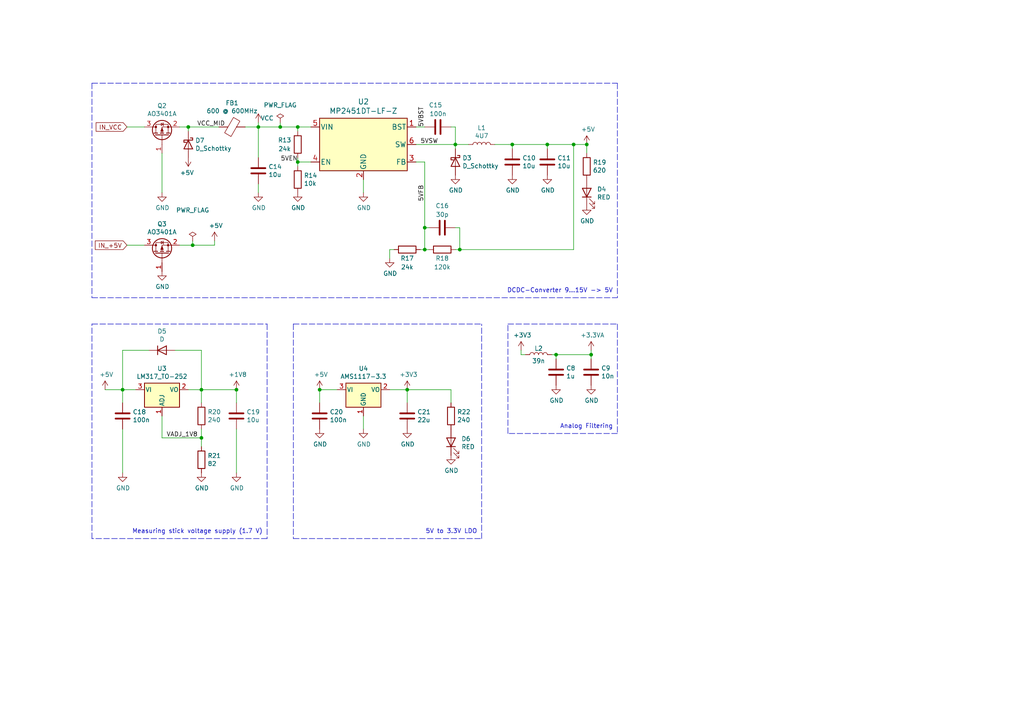
<source format=kicad_sch>
(kicad_sch (version 20211123) (generator eeschema)
  (paper "A4")
  (lib_symbols
    (symbol "Device:C" (pin_numbers hide) (pin_names (offset 0.254))
      (property "Reference" "C" (at 0.635 2.54 0))
      (property "Value" "C" (at 0.635 -2.54 0))
      (symbol "C_0_1"
        (polyline (pts (xy -2.032 -0.762) (xy 2.032 -0.762)) (stroke (width 0.508)))
        (polyline (pts (xy -2.032 0.762) (xy 2.032 0.762)) (stroke (width 0.508)))
      )
      (symbol "C_1_1"
        (pin passive line (at 0 3.81 270) (length 2.794) (name "~") (number "1"))
        (pin passive line (at 0 -3.81 90) (length 2.794) (name "~") (number "2"))
      )
    )
    (symbol "Device:D" (pin_numbers hide) (pin_names (offset 1.016) hide)
      (property "Reference" "D" (at 0 2.54 0))
      (property "Value" "D" (at 0 -2.54 0))
      (symbol "D_0_1"
        (polyline (pts (xy -1.27 1.27) (xy -1.27 -1.27)) (stroke (width 0.254)))
        (polyline (pts (xy 1.27 0) (xy -1.27 0)))
        (polyline (pts (xy 1.27 1.27) (xy 1.27 -1.27) (xy -1.27 0) (xy 1.27 1.27)) (stroke (width 0.254)))
      )
      (symbol "D_1_1"
        (pin passive line (at -3.81 0 0) (length 2.54) (name "K") (number "1"))
        (pin passive line (at 3.81 0 180) (length 2.54) (name "A") (number "2"))
      )
    )
    (symbol "Device:D_Schottky" (pin_numbers hide) (pin_names (offset 1.016) hide)
      (property "Reference" "D" (at 0 2.54 0))
      (property "Value" "D_Schottky" (at 0 -2.54 0))
      (symbol "D_Schottky_0_1"
        (polyline (pts (xy 1.27 0) (xy -1.27 0)))
        (polyline (pts (xy 1.27 1.27) (xy 1.27 -1.27) (xy -1.27 0) (xy 1.27 1.27)) (stroke (width 0.254)))
        (polyline (pts (xy -1.905 0.635) (xy -1.905 1.27) (xy -1.27 1.27) (xy -1.27 -1.27) (xy -0.635 -1.27) (xy -0.635 -0.635)) (stroke (width 0.254)))
      )
      (symbol "D_Schottky_1_1"
        (pin passive line (at -3.81 0 0) (length 2.54) (name "K") (number "1"))
        (pin passive line (at 3.81 0 180) (length 2.54) (name "A") (number "2"))
      )
    )
    (symbol "Device:Ferrite_Bead" (pin_numbers hide) (pin_names (offset 0))
      (property "Reference" "FB" (at -3.81 0.635 90))
      (property "Value" "Device_Ferrite_Bead" (at 3.81 0 90))
      (symbol "Ferrite_Bead_0_1"
        (polyline (pts (xy 0 -1.27) (xy 0 -1.2192)))
        (polyline (pts (xy 0 1.27) (xy 0 1.2954)))
        (polyline (pts (xy -2.7686 0.4064) (xy -1.7018 2.2606) (xy 2.7686 -0.3048) (xy 1.6764 -2.159) (xy -2.7686 0.4064)))
      )
      (symbol "Ferrite_Bead_1_1"
        (pin passive line (at 0 3.81 270) (length 2.54) (name "~") (number "1"))
        (pin passive line (at 0 -3.81 90) (length 2.54) (name "~") (number "2"))
      )
    )
    (symbol "Device:L" (pin_numbers hide) (pin_names (offset 1.016) hide)
      (property "Reference" "L" (at -1.27 0 90))
      (property "Value" "L" (at 1.905 0 90))
      (symbol "L_0_1"
        (arc (start 0 -2.54) (mid 0.635 -1.905) (end 0 -1.27))
        (arc (start 0 -1.27) (mid 0.635 -0.635) (end 0 0))
        (arc (start 0 0) (mid 0.635 0.635) (end 0 1.27))
        (arc (start 0 1.27) (mid 0.635 1.905) (end 0 2.54))
      )
      (symbol "L_1_1"
        (pin passive line (at 0 3.81 270) (length 1.27) (name "1") (number "1"))
        (pin passive line (at 0 -3.81 90) (length 1.27) (name "2") (number "2"))
      )
    )
    (symbol "Device:LED" (pin_numbers hide) (pin_names (offset 1.016) hide)
      (property "Reference" "D" (at 0 2.54 0))
      (property "Value" "LED" (at 0 -2.54 0))
      (symbol "LED_0_1"
        (polyline (pts (xy -1.27 -1.27) (xy -1.27 1.27)) (stroke (width 0.254)))
        (polyline (pts (xy -1.27 0) (xy 1.27 0)))
        (polyline (pts (xy 1.27 -1.27) (xy 1.27 1.27) (xy -1.27 0) (xy 1.27 -1.27)) (stroke (width 0.254)))
        (polyline (pts (xy -3.048 -0.762) (xy -4.572 -2.286) (xy -3.81 -2.286) (xy -4.572 -2.286) (xy -4.572 -1.524)))
        (polyline (pts (xy -1.778 -0.762) (xy -3.302 -2.286) (xy -2.54 -2.286) (xy -3.302 -2.286) (xy -3.302 -1.524)))
      )
      (symbol "LED_1_1"
        (pin passive line (at -3.81 0 0) (length 2.54) (name "K") (number "1"))
        (pin passive line (at 3.81 0 180) (length 2.54) (name "A") (number "2"))
      )
    )
    (symbol "Device:R" (pin_numbers hide) (pin_names (offset 0))
      (property "Reference" "R" (at 2.032 0 90))
      (property "Value" "R" (at 0 0 90))
      (symbol "R_0_1"
        (rectangle (start -1.016 -2.54) (end 1.016 2.54) (stroke (width 0.254)))
      )
      (symbol "R_1_1"
        (pin passive line (at 0 3.81 270) (length 1.27) (name "~") (number "1"))
        (pin passive line (at 0 -3.81 90) (length 1.27) (name "~") (number "2"))
      )
    )
    (symbol "Lathecontrol_STM32:MP2451DT-LF-Z" (pin_names (offset 0.254))
      (property "Reference" "U" (at 20.32 10.16 0))
      (property "Value" "Lathecontrol_STM32_MP2451DT-LF-Z" (at 20.32 7.62 0))
      (symbol "MP2451DT-LF-Z_1_1"
        (rectangle (start 7.62 5.08) (end 33.02 -10.16) (stroke (width 0.254)) (fill (type background)))
        (pin input line (at 35.56 2.54 180) (length 2.54) (name "BST") (number "1"))
        (pin power_in line (at 20.32 -12.7 90) (length 2.54) (name "GND") (number "2"))
        (pin input line (at 35.56 -7.62 180) (length 2.54) (name "FB") (number "3"))
        (pin input line (at 5.08 -7.62 0) (length 2.54) (name "EN") (number "4"))
        (pin power_in line (at 5.08 2.54 0) (length 2.54) (name "VIN") (number "5"))
        (pin output line (at 35.56 -2.54 180) (length 2.54) (name "SW") (number "6"))
      )
    )
    (symbol "Regulator_Linear:AMS1117-3.3" (pin_names (offset 0.254))
      (property "Reference" "U" (at -3.81 3.175 0))
      (property "Value" "AMS1117-3.3" (at 0 3.175 0))
      (symbol "AMS1117-3.3_0_1"
        (rectangle (start -5.08 -5.08) (end 5.08 1.905) (stroke (width 0.254)) (fill (type background)))
      )
      (symbol "AMS1117-3.3_1_1"
        (pin power_in line (at 0 -7.62 90) (length 2.54) (name "GND") (number "1"))
        (pin power_out line (at 7.62 0 180) (length 2.54) (name "VO") (number "2"))
        (pin power_in line (at -7.62 0 0) (length 2.54) (name "VI") (number "3"))
      )
    )
    (symbol "Regulator_Linear:LM317_TO-252" (pin_names (offset 0.254))
      (property "Reference" "U" (at -3.81 3.175 0))
      (property "Value" "LM317_TO-252" (at 0 3.175 0))
      (symbol "LM317_TO-252_0_1"
        (rectangle (start -5.08 1.905) (end 5.08 -5.08) (stroke (width 0.254)) (fill (type background)))
      )
      (symbol "LM317_TO-252_1_1"
        (pin input line (at 0 -7.62 90) (length 2.54) (name "ADJ") (number "1"))
        (pin power_out line (at 7.62 0 180) (length 2.54) (name "VO") (number "2"))
        (pin power_in line (at -7.62 0 0) (length 2.54) (name "VI") (number "3"))
      )
    )
    (symbol "Transistor_FET:AO3401A" (pin_names hide)
      (property "Reference" "Q" (at 5.08 1.905 0))
      (property "Value" "AO3401A" (at 5.08 0 0))
      (symbol "AO3401A_0_1"
        (polyline (pts (xy 0.254 0) (xy -2.54 0)))
        (polyline (pts (xy 0.254 1.905) (xy 0.254 -1.905)) (stroke (width 0.254)))
        (polyline (pts (xy 0.762 -1.27) (xy 0.762 -2.286)) (stroke (width 0.254)))
        (polyline (pts (xy 0.762 0.508) (xy 0.762 -0.508)) (stroke (width 0.254)))
        (polyline (pts (xy 0.762 2.286) (xy 0.762 1.27)) (stroke (width 0.254)))
        (polyline (pts (xy 2.54 2.54) (xy 2.54 1.778)))
        (polyline (pts (xy 2.54 -2.54) (xy 2.54 0) (xy 0.762 0)))
        (polyline (pts (xy 0.762 1.778) (xy 3.302 1.778) (xy 3.302 -1.778) (xy 0.762 -1.778)))
        (polyline (pts (xy 2.286 0) (xy 1.27 0.381) (xy 1.27 -0.381) (xy 2.286 0)) (fill (type outline)))
        (polyline (pts (xy 2.794 -0.508) (xy 2.921 -0.381) (xy 3.683 -0.381) (xy 3.81 -0.254)))
        (polyline (pts (xy 3.302 -0.381) (xy 2.921 0.254) (xy 3.683 0.254) (xy 3.302 -0.381)))
        (circle (center 1.651 0) (radius 2.794) (stroke (width 0.254)))
        (circle (center 2.54 -1.778) (radius 0.254) (fill (type outline)))
        (circle (center 2.54 1.778) (radius 0.254) (fill (type outline)))
      )
      (symbol "AO3401A_1_1"
        (pin input line (at -5.08 0 0) (length 2.54) (name "G") (number "1"))
        (pin passive line (at 2.54 -5.08 90) (length 2.54) (name "S") (number "2"))
        (pin passive line (at 2.54 5.08 270) (length 2.54) (name "D") (number "3"))
      )
    )
    (symbol "power:+1V8" (power) (pin_names (offset 0))
      (property "Value" "+1V8" (at 0 3.556 0))
      (symbol "+1V8_0_1"
        (polyline (pts (xy -0.762 1.27) (xy 0 2.54)))
        (polyline (pts (xy 0 0) (xy 0 2.54)))
        (polyline (pts (xy 0 2.54) (xy 0.762 1.27)))
      )
      (symbol "+1V8_1_1"
        (pin power_in line (at 0 0 90) (length 0) hide (name "+1V8") (number "1"))
      )
    )
    (symbol "power:+3.3V" (power) (pin_names (offset 0))
      (property "Value" "+3.3V" (at 0 3.556 0))
      (symbol "+3.3V_0_1"
        (polyline (pts (xy -0.762 1.27) (xy 0 2.54)))
        (polyline (pts (xy 0 0) (xy 0 2.54)))
        (polyline (pts (xy 0 2.54) (xy 0.762 1.27)))
      )
      (symbol "+3.3V_1_1"
        (pin power_in line (at 0 0 90) (length 0) hide (name "+3V3") (number "1"))
      )
    )
    (symbol "power:+3.3VA" (power) (pin_names (offset 0))
      (property "Value" "+3.3VA" (at 0 3.556 0))
      (symbol "+3.3VA_0_1"
        (polyline (pts (xy -0.762 1.27) (xy 0 2.54)))
        (polyline (pts (xy 0 0) (xy 0 2.54)))
        (polyline (pts (xy 0 2.54) (xy 0.762 1.27)))
      )
      (symbol "+3.3VA_1_1"
        (pin power_in line (at 0 0 90) (length 0) hide (name "+3.3VA") (number "1"))
      )
    )
    (symbol "power:+5V" (power) (pin_names (offset 0))
      (property "Value" "+5V" (at 0 3.556 0))
      (symbol "+5V_0_1"
        (polyline (pts (xy -0.762 1.27) (xy 0 2.54)))
        (polyline (pts (xy 0 0) (xy 0 2.54)))
        (polyline (pts (xy 0 2.54) (xy 0.762 1.27)))
      )
      (symbol "+5V_1_1"
        (pin power_in line (at 0 0 90) (length 0) hide (name "+5V") (number "1"))
      )
    )
    (symbol "power:GND" (power) (pin_names (offset 0))
      (property "Value" "GND" (at 0 -3.81 0))
      (symbol "GND_0_1"
        (polyline (pts (xy 0 0) (xy 0 -1.27) (xy 1.27 -1.27) (xy 0 -2.54) (xy -1.27 -1.27) (xy 0 -1.27)))
      )
      (symbol "GND_1_1"
        (pin power_in line (at 0 0 270) (length 0) hide (name "GND") (number "1"))
      )
    )
    (symbol "power:PWR_FLAG" (power) (pin_numbers hide) (pin_names (offset 0) hide)
      (property "Value" "PWR_FLAG" (at 0 3.81 0))
      (symbol "PWR_FLAG_0_0"
        (pin power_out line (at 0 0 90) (length 0) (name "pwr") (number "1"))
      )
      (symbol "PWR_FLAG_0_1"
        (polyline (pts (xy 0 0) (xy 0 1.27) (xy -1.016 1.905) (xy 0 2.54) (xy 1.016 1.905) (xy 0 1.27)))
      )
    )
    (symbol "power:VCC" (power) (pin_names (offset 0))
      (property "Value" "VCC" (at 0 3.81 0))
      (symbol "VCC_0_1"
        (polyline (pts (xy -0.762 1.27) (xy 0 2.54)))
        (polyline (pts (xy 0 0) (xy 0 2.54)))
        (polyline (pts (xy 0 2.54) (xy 0.762 1.27)))
      )
      (symbol "VCC_1_1"
        (pin power_in line (at 0 0 90) (length 0) hide (name "VCC") (number "1"))
      )
    )
  )
  (junction (at 158.75 41.91))
  (junction (at 35.56 113.03))
  (junction (at 86.36 46.99))
  (junction (at 166.37 41.91))
  (junction (at 68.58 113.03))
  (junction (at 58.42 113.03))
  (junction (at 81.28 36.83))
  (junction (at 161.29 102.87))
  (junction (at 74.93 36.83))
  (junction (at 171.45 102.87))
  (junction (at 123.19 72.39))
  (junction (at 55.88 71.12))
  (junction (at 86.36 36.83))
  (junction (at 132.08 41.91))
  (junction (at 54.61 36.83))
  (junction (at 58.42 127))
  (junction (at 118.11 113.03))
  (junction (at 170.18 41.91))
  (junction (at 148.59 41.91))
  (junction (at 92.71 113.03))
  (junction (at 123.19 66.04))
  (junction (at 133.35 72.39))
  (wire (pts (xy 158.75 43.18) (xy 158.75 41.91)))
  (polyline (pts (xy 85.09 156.21) (xy 139.7 156.21)))
  (wire (pts (xy 55.88 69.85) (xy 55.88 71.12)))
  (wire (pts (xy 35.56 113.03) (xy 39.37 113.03)))
  (wire (pts (xy 90.17 46.99) (xy 86.36 46.99)))
  (polyline (pts (xy 179.07 93.98) (xy 179.07 125.73)))
  (polyline (pts (xy 26.67 24.13) (xy 179.07 24.13)))
  (polyline (pts (xy 77.47 93.98) (xy 77.47 156.21)))
  (wire (pts (xy 58.42 113.03) (xy 58.42 116.84)))
  (wire (pts (xy 46.99 127) (xy 46.99 120.65)))
  (wire (pts (xy 132.08 66.04) (xy 133.35 66.04)))
  (wire (pts (xy 166.37 41.91) (xy 166.37 72.39)))
  (wire (pts (xy 58.42 127) (xy 46.99 127)))
  (wire (pts (xy 54.61 38.1) (xy 54.61 36.83)))
  (polyline (pts (xy 85.09 93.98) (xy 85.09 156.21)))
  (wire (pts (xy 35.56 116.84) (xy 35.56 113.03)))
  (wire (pts (xy 86.36 46.99) (xy 86.36 45.72)))
  (polyline (pts (xy 26.67 93.98) (xy 77.47 93.98)))
  (polyline (pts (xy 179.07 125.73) (xy 147.32 125.73)))
  (wire (pts (xy 81.28 36.83) (xy 86.36 36.83)))
  (wire (pts (xy 121.92 72.39) (xy 123.19 72.39)))
  (wire (pts (xy 166.37 72.39) (xy 133.35 72.39)))
  (wire (pts (xy 62.23 71.12) (xy 62.23 69.85)))
  (wire (pts (xy 92.71 116.84) (xy 92.71 113.03)))
  (wire (pts (xy 74.93 36.83) (xy 74.93 45.72)))
  (wire (pts (xy 50.8 101.6) (xy 58.42 101.6)))
  (polyline (pts (xy 179.07 24.13) (xy 179.07 86.36)))
  (wire (pts (xy 151.13 101.6) (xy 151.13 102.87)))
  (wire (pts (xy 35.56 113.03) (xy 30.48 113.03)))
  (wire (pts (xy 105.41 120.65) (xy 105.41 124.46)))
  (wire (pts (xy 58.42 127) (xy 58.42 124.46)))
  (polyline (pts (xy 77.47 156.21) (xy 26.67 156.21)))
  (wire (pts (xy 35.56 113.03) (xy 35.56 101.6)))
  (wire (pts (xy 120.65 36.83) (xy 123.19 36.83)))
  (wire (pts (xy 160.02 102.87) (xy 161.29 102.87)))
  (wire (pts (xy 55.88 71.12) (xy 62.23 71.12)))
  (wire (pts (xy 35.56 101.6) (xy 43.18 101.6)))
  (polyline (pts (xy 147.32 125.73) (xy 147.32 93.98)))
  (wire (pts (xy 132.08 41.91) (xy 135.89 41.91)))
  (wire (pts (xy 118.11 113.03) (xy 130.81 113.03)))
  (wire (pts (xy 58.42 101.6) (xy 58.42 113.03)))
  (wire (pts (xy 105.41 55.88) (xy 105.41 52.07)))
  (polyline (pts (xy 26.67 24.13) (xy 26.67 86.36)))
  (wire (pts (xy 171.45 102.87) (xy 171.45 101.6)))
  (wire (pts (xy 133.35 66.04) (xy 133.35 72.39)))
  (wire (pts (xy 36.83 71.12) (xy 41.91 71.12)))
  (wire (pts (xy 171.45 102.87) (xy 171.45 104.14)))
  (wire (pts (xy 132.08 41.91) (xy 132.08 43.18)))
  (wire (pts (xy 113.03 72.39) (xy 113.03 74.93)))
  (wire (pts (xy 132.08 36.83) (xy 132.08 41.91)))
  (wire (pts (xy 68.58 113.03) (xy 68.58 116.84)))
  (wire (pts (xy 54.61 113.03) (xy 58.42 113.03)))
  (wire (pts (xy 81.28 35.56) (xy 81.28 36.83)))
  (polyline (pts (xy 139.7 156.21) (xy 139.7 93.98)))
  (wire (pts (xy 124.46 66.04) (xy 123.19 66.04)))
  (wire (pts (xy 123.19 72.39) (xy 124.46 72.39)))
  (wire (pts (xy 36.83 36.83) (xy 41.91 36.83)))
  (wire (pts (xy 166.37 41.91) (xy 170.18 41.91)))
  (wire (pts (xy 170.18 41.91) (xy 170.18 44.45)))
  (wire (pts (xy 123.19 46.99) (xy 123.19 66.04)))
  (wire (pts (xy 130.81 113.03) (xy 130.81 116.84)))
  (wire (pts (xy 52.07 36.83) (xy 54.61 36.83)))
  (wire (pts (xy 148.59 41.91) (xy 148.59 43.18)))
  (polyline (pts (xy 26.67 86.36) (xy 179.07 86.36)))
  (wire (pts (xy 74.93 55.88) (xy 74.93 53.34)))
  (wire (pts (xy 161.29 102.87) (xy 161.29 104.14)))
  (wire (pts (xy 71.12 36.83) (xy 74.93 36.83)))
  (wire (pts (xy 143.51 41.91) (xy 148.59 41.91)))
  (wire (pts (xy 52.07 71.12) (xy 55.88 71.12)))
  (wire (pts (xy 46.99 55.88) (xy 46.99 44.45)))
  (wire (pts (xy 92.71 113.03) (xy 97.79 113.03)))
  (wire (pts (xy 118.11 113.03) (xy 118.11 116.84)))
  (wire (pts (xy 74.93 36.83) (xy 74.93 35.56)))
  (wire (pts (xy 148.59 41.91) (xy 158.75 41.91)))
  (wire (pts (xy 68.58 124.46) (xy 68.58 137.16)))
  (wire (pts (xy 113.03 113.03) (xy 118.11 113.03)))
  (wire (pts (xy 86.36 36.83) (xy 86.36 38.1)))
  (polyline (pts (xy 26.67 156.21) (xy 26.67 93.98)))
  (wire (pts (xy 161.29 102.87) (xy 171.45 102.87)))
  (wire (pts (xy 132.08 72.39) (xy 133.35 72.39)))
  (wire (pts (xy 74.93 36.83) (xy 81.28 36.83)))
  (wire (pts (xy 58.42 113.03) (xy 68.58 113.03)))
  (wire (pts (xy 86.36 46.99) (xy 86.36 48.26)))
  (wire (pts (xy 158.75 41.91) (xy 166.37 41.91)))
  (wire (pts (xy 35.56 137.16) (xy 35.56 124.46)))
  (wire (pts (xy 54.61 36.83) (xy 63.5 36.83)))
  (polyline (pts (xy 147.32 93.98) (xy 179.07 93.98)))
  (wire (pts (xy 58.42 129.54) (xy 58.42 127)))
  (wire (pts (xy 151.13 102.87) (xy 152.4 102.87)))
  (polyline (pts (xy 85.09 93.98) (xy 139.7 93.98)))
  (wire (pts (xy 123.19 66.04) (xy 123.19 72.39)))
  (wire (pts (xy 120.65 41.91) (xy 132.08 41.91)))
  (wire (pts (xy 114.3 72.39) (xy 113.03 72.39)))
  (wire (pts (xy 120.65 46.99) (xy 123.19 46.99)))
  (wire (pts (xy 132.08 36.83) (xy 130.81 36.83)))
  (wire (pts (xy 90.17 36.83) (xy 86.36 36.83)))
  (text "5V to 3.3V LDO" (at 138.43 154.94 180) (effects (font (size 1.27 1.27)) (justify right bottom)))
  (text "Measuring stick voltage supply (1.7 V)" (at 76.2 154.94 180) (effects (font (size 1.27 1.27)) (justify right bottom)))
  (text "Analog Filtering" (at 177.8 124.46 180) (effects (font (size 1.27 1.27)) (justify right bottom)))
  (text "DCDC-Converter 9...15V -> 5V" (at 177.8 85.09 180) (effects (font (size 1.27 1.27)) (justify right bottom)))
  (label "5VEN" (at 86.36 46.99 180))
  (label "VCC_MID" (at 57.15 36.83 0))
  (label "VADJ_1V8" (at 48.26 127 0))
  (label "5VSW" (at 121.92 41.91 0))
  (label "5VFB" (at 123.19 58.42 90))
  (label "5VBST" (at 123.19 36.83 90))
  (global_label "IN_VCC" (shape input) (at 36.83 36.83 180) (property "Intersheet References" "${INTERSHEET_REFS}" (effects hide)))
  (global_label "IN_+5V" (shape input) (at 36.83 71.12 180) (property "Intersheet References" "${INTERSHEET_REFS}" (effects hide)))
  (symbol (lib_id "Regulator_Linear:LM317_TO-252") (at 46.99 113.03 0) (unit 1)
    (property "Reference" "U3" (at 46.99 106.8832 0))
    (property "Value" "LM317_TO-252" (at 46.99 109.1946 0))
    (property "Footprint" "Package_TO_SOT_SMD:TO-252-2" (effects hide))
    (property "Datasheet" "https://datasheet.lcsc.com/szlcsc/1810271112_UTC-Unisonic-Tech-LM317AG-TN3-R_C75510.pdf" (effects hide))
    (property "LCSC" "C75510" (effects hide))
  )
  (symbol (lib_id "Device:R") (at 58.42 120.65 0) (unit 1)
    (property "Reference" "R20" (at 60.198 119.4816 0) (effects (justify left)))
    (property "Value" "240" (at 60.198 121.793 0) (effects (justify left)))
    (property "Footprint" "Resistor_SMD:R_0603_1608Metric" (effects hide))
    (property "LCSC" "C23350" (effects hide))
  )
  (symbol (lib_id "Device:R") (at 58.42 133.35 0) (unit 1)
    (property "Reference" "R21" (at 60.198 132.1816 0) (effects (justify left)))
    (property "Value" "82" (at 60.198 134.493 0) (effects (justify left)))
    (property "Footprint" "Resistor_SMD:R_0603_1608Metric" (effects hide))
    (property "LCSC" "C23255" (effects hide))
  )
  (symbol (lib_id "power:GND") (at 58.42 137.16 0) (unit 1)
    (property "Reference" "#PWR080" (effects hide))
    (property "Value" "GND" (at 58.547 141.5542 0))
  )
  (symbol (lib_id "Device:C") (at 35.56 120.65 0) (unit 1)
    (property "Reference" "C18" (at 38.481 119.4816 0) (effects (justify left)))
    (property "Value" "100n" (at 38.481 121.793 0) (effects (justify left)))
    (property "Footprint" "Capacitor_SMD:C_0603_1608Metric" (effects hide))
    (property "Datasheet" "https://datasheet.lcsc.com/szlcsc/YAGEO-CC0603KRX7R9BB104_C14663.pdf" (effects hide))
    (property "LCSC" "C14663" (effects hide))
  )
  (symbol (lib_id "power:GND") (at 35.56 137.16 0) (unit 1)
    (property "Reference" "#PWR079" (effects hide))
    (property "Value" "GND" (at 35.687 141.5542 0))
  )
  (symbol (lib_id "Device:D") (at 46.99 101.6 0) (unit 1)
    (property "Reference" "D5" (at 46.99 96.0882 0))
    (property "Value" "D" (at 46.99 98.3996 0))
    (property "Footprint" "Diode_SMD:D_SOD-123F" (effects hide))
    (property "Datasheet" "https://datasheet.lcsc.com/szlcsc/1903051030_MDD-Jiangsu-Yutai-Elec-SM4007PL_C64898.pdf" (effects hide))
    (property "LCSC" "C64898" (effects hide))
  )
  (symbol (lib_id "power:GND") (at 68.58 137.16 0) (unit 1)
    (property "Reference" "#PWR082" (effects hide))
    (property "Value" "GND" (at 68.707 141.5542 0))
  )
  (symbol (lib_id "power:+1V8") (at 68.58 113.03 0) (unit 1)
    (property "Reference" "#PWR081" (effects hide))
    (property "Value" "+1V8" (at 68.961 108.6358 0))
  )
  (symbol (lib_id "Regulator_Linear:AMS1117-3.3") (at 105.41 113.03 0) (unit 1)
    (property "Reference" "U4" (at 105.41 106.8832 0))
    (property "Value" "AMS1117-3.3" (at 105.41 109.1946 0))
    (property "Footprint" "Package_TO_SOT_SMD:SOT-223-3_TabPin2" (effects hide))
    (property "Datasheet" "https://datasheet.lcsc.com/szlcsc/1811201117_Advanced-Monolithic-Systems-AMS-AMS1117-3-3_C6186.pdf" (effects hide))
    (property "LCSC" "C6186" (effects hide))
  )
  (symbol (lib_id "Device:C") (at 92.71 120.65 0) (unit 1)
    (property "Reference" "C20" (at 95.631 119.4816 0) (effects (justify left)))
    (property "Value" "100n" (at 95.631 121.793 0) (effects (justify left)))
    (property "Footprint" "Capacitor_SMD:C_0603_1608Metric" (effects hide))
    (property "Datasheet" "https://datasheet.lcsc.com/szlcsc/YAGEO-CC0603KRX7R9BB104_C14663.pdf" (effects hide))
    (property "LCSC" "C14663" (effects hide))
  )
  (symbol (lib_id "power:GND") (at 92.71 124.46 0) (unit 1)
    (property "Reference" "#PWR084" (effects hide))
    (property "Value" "GND" (at 92.837 128.8542 0))
  )
  (symbol (lib_id "power:GND") (at 105.41 124.46 0) (unit 1)
    (property "Reference" "#PWR085" (effects hide))
    (property "Value" "GND" (at 105.537 128.8542 0))
  )
  (symbol (lib_id "power:GND") (at 118.11 124.46 0) (unit 1)
    (property "Reference" "#PWR087" (effects hide))
    (property "Value" "GND" (at 118.237 128.8542 0))
  )
  (symbol (lib_id "Device:C") (at 118.11 120.65 0) (unit 1)
    (property "Reference" "C21" (at 121.031 119.4816 0) (effects (justify left)))
    (property "Value" "22u" (at 121.031 121.793 0) (effects (justify left)))
    (property "Footprint" "Capacitor_SMD:C_0805_2012Metric" (effects hide))
    (property "Datasheet" "https://datasheet.lcsc.com/szlcsc/Samsung-Electro-Mechanics-CL21A226MAQNNNE_C45783.pdf" (effects hide))
    (property "LCSC" "C45783" (effects hide))
  )
  (symbol (lib_id "power:+3.3V") (at 118.11 113.03 0) (unit 1)
    (property "Reference" "#PWR086" (effects hide))
    (property "Value" "+3.3V" (at 118.491 108.6358 0))
  )
  (symbol (lib_id "power:+5V") (at 92.71 113.03 0) (unit 1)
    (property "Reference" "#PWR083" (effects hide))
    (property "Value" "+5V" (at 93.091 108.6358 0))
  )
  (symbol (lib_id "power:VCC") (at 74.93 35.56 0) (unit 1)
    (property "Reference" "#PWR069" (effects hide))
    (property "Value" "VCC" (at 77.47 34.29 0))
  )
  (symbol (lib_id "Device:C") (at 127 36.83 90) (unit 1)
    (property "Reference" "C15" (at 128.27 30.48 90) (effects (justify left)))
    (property "Value" "100n" (at 129.54 33.02 90) (effects (justify left)))
    (property "Footprint" "Capacitor_SMD:C_0603_1608Metric" (effects hide))
    (property "Datasheet" "https://datasheet.lcsc.com/szlcsc/YAGEO-CC0603KRX7R9BB104_C14663.pdf" (effects hide))
    (property "LCSC" "C14663" (effects hide))
  )
  (symbol (lib_id "power:GND") (at 74.93 55.88 0) (unit 1)
    (property "Reference" "#PWR070" (effects hide))
    (property "Value" "GND" (at 75.057 60.2742 0))
  )
  (symbol (lib_id "Device:R") (at 86.36 52.07 180) (unit 1)
    (property "Reference" "R14" (at 88.138 50.9016 0) (effects (justify right)))
    (property "Value" "10k" (at 88.138 53.213 0) (effects (justify right)))
    (property "Footprint" "Resistor_SMD:R_0603_1608Metric" (effects hide))
    (property "LCSC" "C25804" (effects hide))
  )
  (symbol (lib_id "power:GND") (at 86.36 55.88 0) (unit 1)
    (property "Reference" "#PWR071" (effects hide))
    (property "Value" "GND" (at 86.487 60.2742 0))
  )
  (symbol (lib_id "Device:D_Schottky") (at 132.08 46.99 270) (unit 1)
    (property "Reference" "D3" (at 134.112 45.8216 90) (effects (justify left)))
    (property "Value" "D_Schottky" (at 134.112 48.133 90) (effects (justify left)))
    (property "Footprint" "Diode_SMD:D_SOD-123" (effects hide))
    (property "Datasheet" "https://datasheet.lcsc.com/szlcsc/Changjiang-Electronics-Tech-CJ-B5819W_C8598.pdf" (effects hide))
    (property "LCSC" "C8598" (effects hide))
  )
  (symbol (lib_id "power:GND") (at 132.08 50.8 0) (unit 1)
    (property "Reference" "#PWR074" (effects hide))
    (property "Value" "GND" (at 132.207 55.1942 0))
  )
  (symbol (lib_id "Device:L") (at 139.7 41.91 90) (unit 1)
    (property "Reference" "L1" (at 139.7 37.084 90))
    (property "Value" "4U7" (at 139.7 39.3954 90))
    (property "Footprint" "Lathecontrol_STM32:L_3012_SMD3.0x3.0x1.2mm" (effects hide))
    (property "Datasheet" "https://datasheet.lcsc.com/szlcsc/1810161822_Sunlord-SWPA3012S4R7MT_C83415.pdf" (effects hide))
    (property "LCSC" "C83415" (effects hide))
    (property "MFR_Part" "SWPA3012S4R7MT" (effects hide))
  )
  (symbol (lib_id "Lathecontrol_STM32:MP2451DT-LF-Z") (at 85.09 39.37 0) (unit 1)
    (property "Reference" "U2" (at 105.41 29.4894 0) (effects (font (size 1.524 1.524))))
    (property "Value" "MP2451DT-LF-Z" (at 105.41 32.1818 0) (effects (font (size 1.524 1.524))))
    (property "Footprint" "Package_TO_SOT_SMD:SOT-23-6" (effects hide))
    (property "Datasheet" "https://datasheet.lcsc.com/szlcsc/Monolithic-Power-Systems-MPS-MP2451DT-LF-Z_C14123.pdf" (effects hide))
    (property "LCSC" "C14123" (effects hide))
  )
  (symbol (lib_id "power:GND") (at 148.59 50.8 0) (unit 1)
    (property "Reference" "#PWR076" (effects hide))
    (property "Value" "GND" (at 148.717 55.1942 0))
  )
  (symbol (lib_id "power:GND") (at 113.03 74.93 0) (unit 1)
    (property "Reference" "#PWR073" (effects hide))
    (property "Value" "GND" (at 113.157 79.3242 0))
  )
  (symbol (lib_id "power:+5V") (at 170.18 41.91 0) (unit 1)
    (property "Reference" "#PWR075" (effects hide))
    (property "Value" "+5V" (at 170.561 37.5158 0))
  )
  (symbol (lib_id "power:GND") (at 105.41 55.88 0) (unit 1)
    (property "Reference" "#PWR072" (effects hide))
    (property "Value" "GND" (at 105.537 60.2742 0))
  )
  (symbol (lib_id "Device:R") (at 86.36 41.91 0) (unit 1)
    (property "Reference" "R13" (at 82.55 40.64 0))
    (property "Value" "24k" (at 82.55 43.18 0))
    (property "Footprint" "Resistor_SMD:R_0603_1608Metric" (effects hide))
    (property "LCSC" "C23352" (effects hide))
  )
  (symbol (lib_id "Device:R") (at 118.11 72.39 90) (unit 1)
    (property "Reference" "R17" (at 118.11 74.93 90))
    (property "Value" "24k" (at 118.11 77.47 90))
    (property "Footprint" "Resistor_SMD:R_0603_1608Metric" (effects hide))
    (property "LCSC" "C23352" (effects hide))
  )
  (symbol (lib_id "Device:R") (at 128.27 72.39 90) (unit 1)
    (property "Reference" "R18" (at 128.27 74.93 90))
    (property "Value" "120k" (at 128.27 77.47 90))
    (property "Footprint" "Resistor_SMD:R_0603_1608Metric" (effects hide))
    (property "LCSC" "C25808" (effects hide))
  )
  (symbol (lib_id "Device:C") (at 74.93 49.53 0) (unit 1)
    (property "Reference" "C14" (at 77.851 48.3616 0) (effects (justify left)))
    (property "Value" "10u" (at 77.851 50.673 0) (effects (justify left)))
    (property "Footprint" "Capacitor_SMD:C_0805_2012Metric" (effects hide))
    (property "Datasheet" "https://datasheet.lcsc.com/szlcsc/Samsung-Electro-Mechanics-CL31A106KBHNNNE_C13585.pdf" (effects hide))
    (property "LCSC" "C13585" (effects hide))
  )
  (symbol (lib_id "Device:C") (at 68.58 120.65 0) (unit 1)
    (property "Reference" "C19" (at 71.501 119.4816 0) (effects (justify left)))
    (property "Value" "10u" (at 71.501 121.793 0) (effects (justify left)))
    (property "Footprint" "Capacitor_SMD:C_0805_2012Metric" (effects hide))
    (property "Datasheet" "https://datasheet.lcsc.com/szlcsc/Samsung-Electro-Mechanics-CL31A106KBHNNNE_C13585.pdf" (effects hide))
    (property "LCSC" "C13585" (effects hide))
  )
  (symbol (lib_id "Device:C") (at 128.27 66.04 90) (unit 1)
    (property "Reference" "C16" (at 128.27 59.69 90))
    (property "Value" "30p" (at 128.27 62.23 90))
    (property "Footprint" "Capacitor_SMD:C_0603_1608Metric" (effects hide))
    (property "Datasheet" "https://datasheet.lcsc.com/szlcsc/1809300925_Samsung-Electro-Mechanics-CL10C300JB8NNNC_C22397.pdf" (effects hide))
    (property "LCSC" "C22397" (effects hide))
  )
  (symbol (lib_id "power:GND") (at 46.99 55.88 0) (unit 1)
    (property "Reference" "#PWR0101" (effects hide))
    (property "Value" "GND" (at 47.117 60.2742 0))
  )
  (symbol (lib_id "Device:C") (at 148.59 46.99 0) (unit 1)
    (property "Reference" "C10" (at 151.511 45.8216 0) (effects (justify left)))
    (property "Value" "10u" (at 151.511 48.133 0) (effects (justify left)))
    (property "Footprint" "Capacitor_SMD:C_0805_2012Metric" (effects hide))
    (property "Datasheet" "https://datasheet.lcsc.com/szlcsc/Samsung-Electro-Mechanics-CL31A106KBHNNNE_C13585.pdf" (effects hide))
    (property "LCSC" "C13585" (effects hide))
  )
  (symbol (lib_id "Device:C") (at 158.75 46.99 0) (unit 1)
    (property "Reference" "C11" (at 161.671 45.8216 0) (effects (justify left)))
    (property "Value" "10u" (at 161.671 48.133 0) (effects (justify left)))
    (property "Footprint" "Capacitor_SMD:C_0805_2012Metric" (effects hide))
    (property "Datasheet" "https://datasheet.lcsc.com/szlcsc/Samsung-Electro-Mechanics-CL31A106KBHNNNE_C13585.pdf" (effects hide))
    (property "LCSC" "C13585" (effects hide))
  )
  (symbol (lib_id "power:GND") (at 158.75 50.8 0) (unit 1)
    (property "Reference" "#PWR012" (effects hide))
    (property "Value" "GND" (at 158.877 55.1942 0))
  )
  (symbol (lib_id "power:+5V") (at 30.48 113.03 0) (unit 1)
    (property "Reference" "#PWR078" (effects hide))
    (property "Value" "+5V" (at 30.861 108.6358 0))
  )
  (symbol (lib_id "Transistor_FET:AO3401A") (at 46.99 39.37 90) (unit 1)
    (property "Reference" "Q2" (at 46.99 30.6832 90))
    (property "Value" "AO3401A" (at 46.99 32.9946 90))
    (property "Footprint" "Package_TO_SOT_SMD:SOT-23" (effects hide))
    (property "Datasheet" "https://datasheet.lcsc.com/szlcsc/Alpha-Omega-Semicon-AOS-AO3401A_C15127.pdf" (effects hide))
    (property "LCSC" "C15127" (effects hide))
  )
  (symbol (lib_id "Transistor_FET:AO3401A") (at 46.99 73.66 90) (unit 1)
    (property "Reference" "Q3" (at 46.99 64.9732 90))
    (property "Value" "AO3401A" (at 46.99 67.2846 90))
    (property "Footprint" "Package_TO_SOT_SMD:SOT-23" (effects hide))
    (property "Datasheet" "https://datasheet.lcsc.com/szlcsc/Alpha-Omega-Semicon-AOS-AO3401A_C15127.pdf" (effects hide))
    (property "LCSC" "C15127" (effects hide))
  )
  (symbol (lib_id "power:+5V") (at 62.23 69.85 0) (unit 1)
    (property "Reference" "#PWR010" (effects hide))
    (property "Value" "+5V" (at 62.611 65.4558 0))
  )
  (symbol (lib_id "power:GND") (at 46.99 78.74 0) (unit 1)
    (property "Reference" "#PWR02" (effects hide))
    (property "Value" "GND" (at 47.117 83.1342 0))
  )
  (symbol (lib_id "Device:Ferrite_Bead") (at 67.31 36.83 270) (unit 1)
    (property "Reference" "FB1" (at 67.31 29.8704 90))
    (property "Value" "600 @ 600MHz" (at 67.31 32.1818 90))
    (property "Footprint" "Inductor_SMD:L_0805_2012Metric" (effects hide))
    (property "Datasheet" "https://datasheet.lcsc.com/szlcsc/Sunlord-GZ2012D601TF_C1017.pdf" (effects hide))
    (property "LCSC" "C1017" (effects hide))
  )
  (symbol (lib_id "Device:D_Schottky") (at 54.61 41.91 270) (unit 1)
    (property "Reference" "D7" (at 56.642 40.7416 90) (effects (justify left)))
    (property "Value" "D_Schottky" (at 56.642 43.053 90) (effects (justify left)))
    (property "Footprint" "Diode_SMD:D_SOD-123" (effects hide))
    (property "Datasheet" "https://datasheet.lcsc.com/szlcsc/Changjiang-Electronics-Tech-CJ-B5819W_C8598.pdf" (effects hide))
    (property "LCSC" "C8598" (effects hide))
  )
  (symbol (lib_id "power:+5V") (at 54.61 45.72 180) (unit 1)
    (property "Reference" "#PWR011" (effects hide))
    (property "Value" "+5V" (at 54.229 50.1142 0))
  )
  (symbol (lib_id "power:PWR_FLAG") (at 81.28 35.56 0) (unit 1)
    (property "Reference" "#FLG0101" (effects hide))
    (property "Value" "PWR_FLAG" (at 81.28 30.48 0))
  )
  (symbol (lib_id "power:PWR_FLAG") (at 55.88 69.85 0) (unit 1)
    (property "Reference" "#FLG0102" (effects hide))
    (property "Value" "PWR_FLAG" (at 55.88 60.96 0))
  )
  (symbol (lib_id "Device:R") (at 130.81 120.65 0) (unit 1)
    (property "Reference" "R22" (at 132.588 119.4816 0) (effects (justify left)))
    (property "Value" "240" (at 132.588 121.793 0) (effects (justify left)))
    (property "Footprint" "Resistor_SMD:R_0603_1608Metric" (effects hide))
    (property "LCSC" "C23350" (effects hide))
  )
  (symbol (lib_id "Device:LED") (at 130.81 128.27 90) (unit 1)
    (property "Reference" "D6" (at 133.8072 127.2794 90) (effects (justify right)))
    (property "Value" "RED" (at 133.8072 129.5908 90) (effects (justify right)))
    (property "Footprint" "LED_SMD:LED_0603_1608Metric" (effects hide))
    (property "Datasheet" "https://datasheet.lcsc.com/szlcsc/Hubei-KENTO-Elec-KT-0603R_C2286.pdf" (effects hide))
    (property "LCSC" "C2286" (effects hide))
  )
  (symbol (lib_id "power:GND") (at 130.81 132.08 0) (unit 1)
    (property "Reference" "#PWR088" (effects hide))
    (property "Value" "GND" (at 130.937 136.4742 0))
  )
  (symbol (lib_id "Device:R") (at 170.18 48.26 0) (unit 1)
    (property "Reference" "R19" (at 171.958 47.0916 0) (effects (justify left)))
    (property "Value" "620" (at 171.958 49.403 0) (effects (justify left)))
    (property "Footprint" "Resistor_SMD:R_0603_1608Metric" (effects hide))
    (property "LCSC" "C23220" (effects hide))
  )
  (symbol (lib_id "Device:LED") (at 170.18 55.88 90) (unit 1)
    (property "Reference" "D4" (at 173.1772 54.8894 90) (effects (justify right)))
    (property "Value" "RED" (at 173.1772 57.2008 90) (effects (justify right)))
    (property "Footprint" "LED_SMD:LED_0603_1608Metric" (effects hide))
    (property "Datasheet" "https://datasheet.lcsc.com/szlcsc/Hubei-KENTO-Elec-KT-0603R_C2286.pdf" (effects hide))
    (property "LCSC" "C2286" (effects hide))
  )
  (symbol (lib_id "power:GND") (at 170.18 59.69 0) (unit 1)
    (property "Reference" "#PWR077" (effects hide))
    (property "Value" "GND" (at 170.307 64.0842 0))
  )
  (symbol (lib_id "power:+3.3V") (at 151.13 101.6 0) (unit 1)
    (property "Reference" "#PWR023" (effects hide))
    (property "Value" "+3.3V" (at 151.511 97.2058 0))
  )
  (symbol (lib_id "Device:L") (at 156.21 102.87 90) (unit 1)
    (property "Reference" "L2" (at 156.21 100.33 90) (effects (justify bottom)))
    (property "Value" "39n" (at 156.21 105.41 90) (effects (justify top)))
    (property "Footprint" "Inductor_SMD:L_0402_1005Metric" (effects hide))
    (property "LCSC" "C26443" (effects hide))
  )
  (symbol (lib_id "Device:C") (at 161.29 107.95 0) (unit 1)
    (property "Reference" "C8" (at 164.211 106.7816 0) (effects (justify left)))
    (property "Value" "1u" (at 164.211 109.093 0) (effects (justify left)))
    (property "Footprint" "Inductor_SMD:L_0402_1005Metric" (effects hide))
    (property "LCSC" "C52923" (effects hide))
  )
  (symbol (lib_id "Device:C") (at 171.45 107.95 0) (unit 1)
    (property "Reference" "C9" (at 174.371 106.7816 0) (effects (justify left)))
    (property "Value" "10n" (at 174.371 109.093 0) (effects (justify left)))
    (property "Footprint" "Inductor_SMD:L_0402_1005Metric" (effects hide))
    (property "LCSC" "C15195" (effects hide))
  )
  (symbol (lib_id "power:+3.3VA") (at 171.45 101.6 0) (unit 1)
    (property "Reference" "#PWR036" (effects hide))
    (property "Value" "+3.3VA" (at 171.831 97.2058 0))
  )
  (symbol (lib_id "power:GND") (at 161.29 111.76 0) (unit 1)
    (property "Reference" "#PWR035" (effects hide))
    (property "Value" "GND" (at 161.417 116.1542 0))
  )
  (symbol (lib_id "power:GND") (at 171.45 111.76 0) (unit 1)
    (property "Reference" "#PWR043" (effects hide))
    (property "Value" "GND" (at 171.577 116.1542 0))
  )
)
</source>
